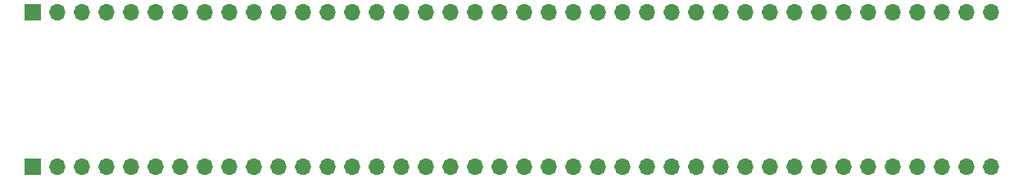
<source format=gbs>
G04 #@! TF.GenerationSoftware,KiCad,Pcbnew,(5.1.9)-1*
G04 #@! TF.CreationDate,2021-10-24T00:32:32-04:00*
G04 #@! TF.ProjectId,bus-connect,6275732d-636f-46e6-9e65-63742e6b6963,rev?*
G04 #@! TF.SameCoordinates,Original*
G04 #@! TF.FileFunction,Soldermask,Bot*
G04 #@! TF.FilePolarity,Negative*
%FSLAX46Y46*%
G04 Gerber Fmt 4.6, Leading zero omitted, Abs format (unit mm)*
G04 Created by KiCad (PCBNEW (5.1.9)-1) date 2021-10-24 00:32:32*
%MOMM*%
%LPD*%
G01*
G04 APERTURE LIST*
%ADD10O,1.700000X1.700000*%
%ADD11R,1.700000X1.700000*%
G04 APERTURE END LIST*
D10*
X191560000Y-80000000D03*
X189020000Y-80000000D03*
X186480000Y-80000000D03*
X183940000Y-80000000D03*
X181400000Y-80000000D03*
X178860000Y-80000000D03*
X176320000Y-80000000D03*
X173780000Y-80000000D03*
X171240000Y-80000000D03*
X168700000Y-80000000D03*
X166160000Y-80000000D03*
X163620000Y-80000000D03*
X161080000Y-80000000D03*
X158540000Y-80000000D03*
X156000000Y-80000000D03*
X153460000Y-80000000D03*
X150920000Y-80000000D03*
X148380000Y-80000000D03*
X145840000Y-80000000D03*
X143300000Y-80000000D03*
X140760000Y-80000000D03*
X138220000Y-80000000D03*
X135680000Y-80000000D03*
X133140000Y-80000000D03*
X130600000Y-80000000D03*
X128060000Y-80000000D03*
X125520000Y-80000000D03*
X122980000Y-80000000D03*
X120440000Y-80000000D03*
X117900000Y-80000000D03*
X115360000Y-80000000D03*
X112820000Y-80000000D03*
X110280000Y-80000000D03*
X107740000Y-80000000D03*
X105200000Y-80000000D03*
X102660000Y-80000000D03*
X100120000Y-80000000D03*
X97580000Y-80000000D03*
X95040000Y-80000000D03*
D11*
X92500000Y-80000000D03*
D10*
X191560000Y-96000000D03*
X189020000Y-96000000D03*
X186480000Y-96000000D03*
X183940000Y-96000000D03*
X181400000Y-96000000D03*
X178860000Y-96000000D03*
X176320000Y-96000000D03*
X173780000Y-96000000D03*
X171240000Y-96000000D03*
X168700000Y-96000000D03*
X166160000Y-96000000D03*
X163620000Y-96000000D03*
X161080000Y-96000000D03*
X158540000Y-96000000D03*
X156000000Y-96000000D03*
X153460000Y-96000000D03*
X150920000Y-96000000D03*
X148380000Y-96000000D03*
X145840000Y-96000000D03*
X143300000Y-96000000D03*
X140760000Y-96000000D03*
X138220000Y-96000000D03*
X135680000Y-96000000D03*
X133140000Y-96000000D03*
X130600000Y-96000000D03*
X128060000Y-96000000D03*
X125520000Y-96000000D03*
X122980000Y-96000000D03*
X120440000Y-96000000D03*
X117900000Y-96000000D03*
X115360000Y-96000000D03*
X112820000Y-96000000D03*
X110280000Y-96000000D03*
X107740000Y-96000000D03*
X105200000Y-96000000D03*
X102660000Y-96000000D03*
X100120000Y-96000000D03*
X97580000Y-96000000D03*
X95040000Y-96000000D03*
D11*
X92500000Y-96000000D03*
M02*

</source>
